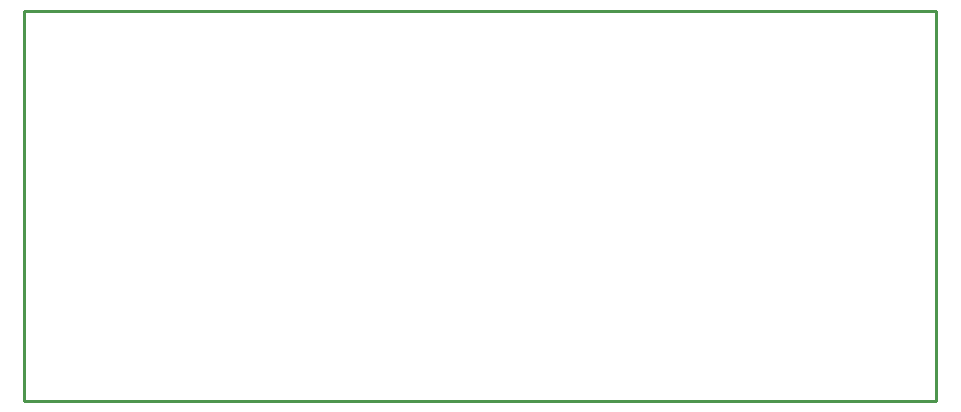
<source format=gko>
G04 ---------------------------- Layer name :KeepOutLayer*
G04 EasyEDA v5.5.15, Sun, 01 Jul 2018 10:37:49 GMT*
G04 c73fb6d924554c21b160e83e72d7d2f4*
G04 Gerber Generator version 0.2*
G04 Scale: 100 percent, Rotated: No, Reflected: No *
G04 Dimensions in millimeters *
G04 leading zeros omitted , absolute positions ,3 integer and 3 decimal *
%FSLAX33Y33*%
%MOMM*%
G90*
G71D02*

%ADD10C,0.254000*%
G54D10*
G01X12446Y33020D02*
G01X77216Y33020D01*
G01X77216Y0D01*
G01X0Y0D01*
G01X0Y33020D01*
G01X12446Y33020D01*

%LPD*%
M00*
M02*

</source>
